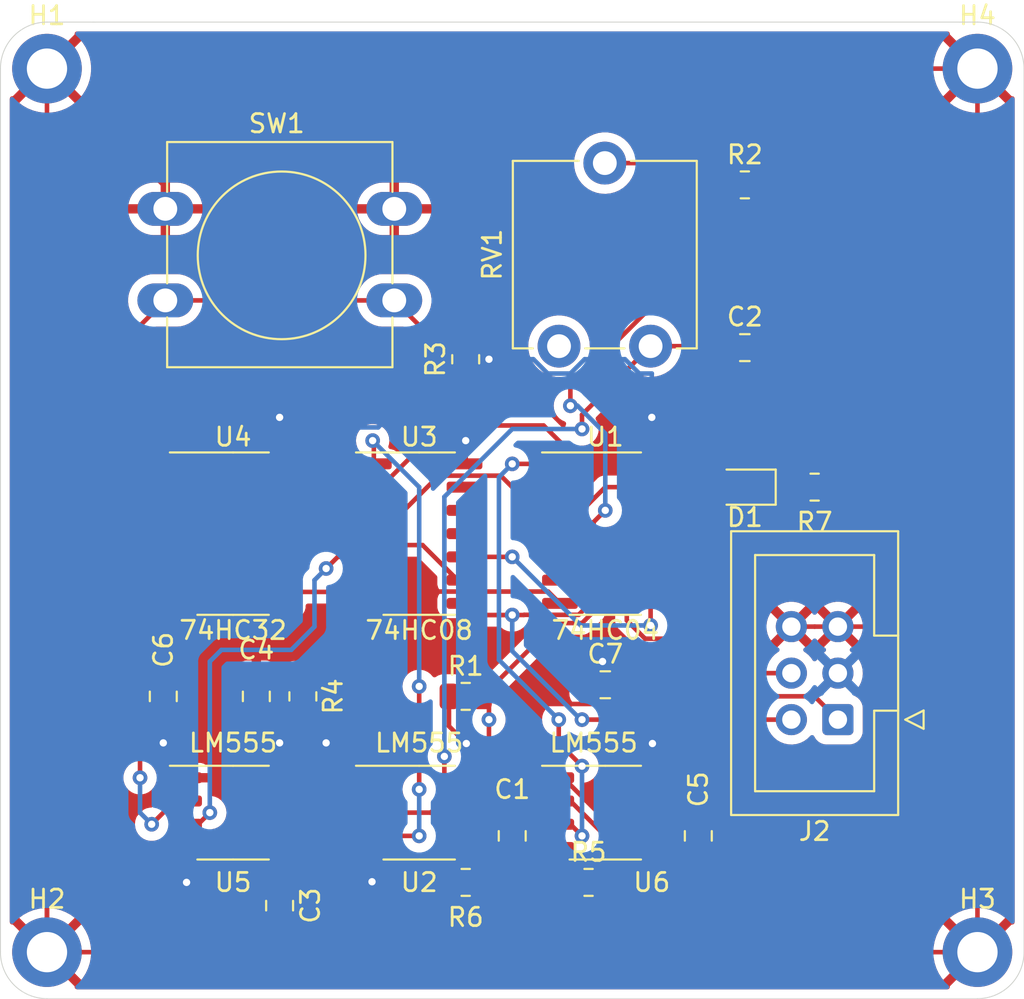
<source format=kicad_pcb>
(kicad_pcb (version 20211014) (generator pcbnew)
  (layers (0 "F.Cu" signal) (31 "B.Cu" signal) (34 "B.Paste" user) (35 "F.Paste" user) (36 "B.SilkS" user "B.Silkscreen") (37 "F.SilkS" user "F.Silkscreen") (38 "B.Mask" user) (39 "F.Mask" user) (44 "Edge.Cuts" user))
  (net 0 "")
  (net 1 "GND")
  (net 2 "VCC")
  (net 3 "Net-(C2-Pad1)")
  (net 4 "Net-(C3-Pad1)")
  (net 5 "Net-(C4-Pad1)")
  (net 6 "Net-(C5-Pad1)")
  (net 7 "Net-(D1-Pad1)")
  (net 8 "Net-(R1-Pad2)")
  (net 9 "Net-(R2-Pad1)")
  (net 10 "Net-(R3-Pad2)")
  (net 11 "Net-(R5-Pad2)")
  (net 12 "Net-(R6-Pad2)")
  (net 13 "Net-(U2-Pad3)")
  (net 14 "Net-(U3-Pad3)")
  (net 15 "/CLK")
  (net 16 "/~{CLK}")
  (net 18 "Net-(C1-Pad1)")
  (net 22 "/~{HLT}")
  (net 25 "HLT")
  (net 26 "Net-(U1-Pad1)")
  (net 27 "Net-(U1-Pad2)")
  (net 34 "Net-(U3-Pad5)")
  (net 35 "Net-(U3-Pad6)")
  (net 36 "Net-(U3-Pad9)")
  (footprint "Connector_IDC:IDC-Header_2x03_P2.54mm_Vertical" (layer "F.Cu") (at 88.9 88.9 180)
    (fp_text reference "J2" (at 1.27 -6.1) (layer "F.SilkS"))
    (fp_text value "Conn_01x08")
    (pad "1" thru_hole roundrect (at 0 0 180) (size 1.7 1.7) (drill 1) (layers *.Cu *.Mask) (roundrect_rratio 0.147059) (net 16 "/~{CLK}"))
    (pad "2" thru_hole circle (at 2.54 0 180) (size 1.7 1.7) (drill 1) (layers *.Cu *.Mask) (net 15 "/CLK"))
    (pad "3" thru_hole circle (at 0 2.54 180) (size 1.7 1.7) (drill 1) (layers *.Cu *.Mask) (net 2 "VCC"))
    (pad "4" thru_hole circle (at 2.54 2.54 180) (size 1.7 1.7) (drill 1) (layers *.Cu *.Mask) (net 25 "HLT"))
    (pad "5" thru_hole circle (at 0 5.08 180) (size 1.7 1.7) (drill 1) (layers *.Cu *.Mask) (net 1 "GND"))
    (pad "6" thru_hole circle (at 2.54 5.08 180) (size 1.7 1.7) (drill 1) (layers *.Cu *.Mask) (net 1 "GND"))
  )
  (footprint "Capacitor_SMD:C_0805_2012Metric" (layer "F.Cu") (at 71.12 95.25 90)
    (fp_text reference "C1" (at 2.54 0 180) (layer "F.SilkS"))
    (fp_text value "0.01µF")
    (pad "1" smd roundrect (at -0.95 0 90) (size 1 1.45) (layers "F.Cu" "F.Paste" "F.Mask") (net 18 "Net-(C1-Pad1)"))
    (pad "2" smd roundrect (at 0.95 0 90) (size 1 1.45) (layers "F.Cu" "F.Paste" "F.Mask") (net 1 "GND"))
  )
  (footprint "Package_SO:SO-8_3.9x4.9mm_P1.27mm" (layer "F.Cu") (at 76.2 93.98)
    (fp_text reference "U6" (at 2.54 3.81) (layer "F.SilkS"))
    (fp_text value "LM555" (at -0.635 -3.81) (layer "F.SilkS"))
    (pad "1" smd roundrect (at -2.575 -1.905) (size 1.75 0.6) (layers "F.Cu" "F.Paste" "F.Mask") (net 1 "GND"))
    (pad "2" smd roundrect (at -2.575 -0.635) (size 1.75 0.6) (layers "F.Cu" "F.Paste" "F.Mask") (net 11 "Net-(R5-Pad2)"))
    (pad "3" smd roundrect (at -2.575 0.635) (size 1.75 0.6) (layers "F.Cu" "F.Paste" "F.Mask") (net 26 "Net-(U1-Pad1)"))
    (pad "4" smd roundrect (at -2.575 1.905) (size 1.75 0.6) (layers "F.Cu" "F.Paste" "F.Mask") (net 12 "Net-(R6-Pad2)"))
    (pad "5" smd roundrect (at 2.575 1.905) (size 1.75 0.6) (layers "F.Cu" "F.Paste" "F.Mask") (net 6 "Net-(C5-Pad1)"))
    (pad "6" smd roundrect (at 2.575 0.635) (size 1.75 0.6) (layers "F.Cu" "F.Paste" "F.Mask") (net 1 "GND"))
    (pad "7" smd roundrect (at 2.575 -0.635) (size 1.75 0.6) (layers "F.Cu" "F.Paste" "F.Mask"))
    (pad "8" smd roundrect (at 2.575 -1.905) (size 1.75 0.6) (layers "F.Cu" "F.Paste" "F.Mask") (net 2 "VCC"))
  )
  (footprint "LED_SMD:LED_0805_2012Metric" (layer "F.Cu") (at 83.82 76.2 180)
    (fp_text reference "D1" (at 0 -1.65) (layer "F.SilkS"))
    (fp_text value "BLUE")
    (pad "1" smd roundrect (at -0.9375 0 180) (size 0.975 1.4) (layers "F.Cu" "F.Paste" "F.Mask") (net 7 "Net-(D1-Pad1)"))
    (pad "2" smd roundrect (at 0.9375 0 180) (size 0.975 1.4) (layers "F.Cu" "F.Paste" "F.Mask") (net 15 "/CLK"))
  )
  (footprint "Capacitor_SMD:C_0805_2012Metric" (layer "F.Cu") (at 83.82 68.58)
    (fp_text reference "C2" (at 0 -1.68) (layer "F.SilkS"))
    (fp_text value "1µF")
    (pad "1" smd roundrect (at -0.95 0) (size 1 1.45) (layers "F.Cu" "F.Paste" "F.Mask") (net 3 "Net-(C2-Pad1)"))
    (pad "2" smd roundrect (at 0.95 0) (size 1 1.45) (layers "F.Cu" "F.Paste" "F.Mask") (net 1 "GND"))
  )
  (footprint "Button_Switch_THT:SW_PUSH-12mm" (layer "F.Cu") (at 52.18 61)
    (fp_text reference "SW1" (at 6.08 -4.66) (layer "F.SilkS"))
    (fp_text value "SW_Push")
    (pad "1" thru_hole oval (at 12.5 0) (size 3.048 1.85) (drill 1.3) (layers *.Cu *.Mask) (net 1 "GND"))
    (pad "1" thru_hole oval (at 0 0) (size 3.048 1.85) (drill 1.3) (layers *.Cu *.Mask) (net 1 "GND"))
    (pad "2" thru_hole oval (at 0 5) (size 3.048 1.85) (drill 1.3) (layers *.Cu *.Mask) (net 10 "Net-(R3-Pad2)"))
    (pad "2" thru_hole oval (at 12.5 5) (size 3.048 1.85) (drill 1.3) (layers *.Cu *.Mask) (net 10 "Net-(R3-Pad2)"))
  )
  (footprint "Capacitor_SMD:C_0805_2012Metric" (layer "F.Cu") (at 81.28 95.25 90)
    (fp_text reference "C5" (at 2.54 0 90) (layer "F.SilkS"))
    (fp_text value "0.01µF")
    (pad "1" smd roundrect (at -0.95 0 90) (size 1 1.45) (layers "F.Cu" "F.Paste" "F.Mask") (net 6 "Net-(C5-Pad1)"))
    (pad "2" smd roundrect (at 0.95 0 90) (size 1 1.45) (layers "F.Cu" "F.Paste" "F.Mask") (net 1 "GND"))
  )
  (footprint "MountingHole:MountingHole_2.2mm_M2_DIN965_Pad" (layer "F.Cu") (at 45.72 101.6)
    (fp_text reference "H2" (at 0 -2.9) (layer "F.SilkS"))
    (fp_text value "MountingHole_Pad")
    (pad "1" thru_hole circle (at 0 0) (size 3.8 3.8) (drill 2.2) (layers *.Cu *.Mask) (net 1 "GND"))
  )
  (footprint "MountingHole:MountingHole_2.2mm_M2_DIN965_Pad" (layer "F.Cu") (at 96.52 53.34)
    (fp_text reference "H4" (at 0 -2.9) (layer "F.SilkS"))
    (fp_text value "MountingHole_Pad")
    (pad "1" thru_hole circle (at 0 0) (size 3.8 3.8) (drill 2.2) (layers *.Cu *.Mask) (net 1 "GND"))
  )
  (footprint "Resistor_SMD:R_0805_2012Metric" (layer "F.Cu") (at 68.58 97.79)
    (fp_text reference "R6" (at 0 1.905) (layer "F.SilkS"))
    (fp_text value "1K")
    (pad "1" smd roundrect (at -0.9125 0) (size 1.025 1.4) (layers "F.Cu" "F.Paste" "F.Mask") (roundrect_rratio 0.243902) (net 2 "VCC"))
    (pad "2" smd roundrect (at 0.9125 0) (size 1.025 1.4) (layers "F.Cu" "F.Paste" "F.Mask") (roundrect_rratio 0.243902) (net 12 "Net-(R6-Pad2)"))
  )
  (footprint "Capacitor_SMD:C_0805_2012Metric" (layer "F.Cu") (at 58.42 99.06 -90)
    (fp_text reference "C3" (at 0 -1.68 90) (layer "F.SilkS"))
    (fp_text value "0.01µF")
    (pad "1" smd roundrect (at -0.95 0 270) (size 1 1.45) (layers "F.Cu" "F.Paste" "F.Mask") (net 4 "Net-(C3-Pad1)"))
    (pad "2" smd roundrect (at 0.95 0 270) (size 1 1.45) (layers "F.Cu" "F.Paste" "F.Mask") (net 1 "GND"))
  )
  (footprint "Package_SO:SO-8_3.9x4.9mm_P1.27mm" (layer "F.Cu") (at 66.04 93.98)
    (fp_text reference "U2" (at 0 3.81) (layer "F.SilkS"))
    (fp_text value "LM555" (at 0 -3.81) (layer "F.SilkS"))
    (pad "1" smd roundrect (at -2.575 -1.905) (size 1.75 0.6) (layers "F.Cu" "F.Paste" "F.Mask") (net 1 "GND"))
    (pad "2" smd roundrect (at -2.575 -0.635) (size 1.75 0.6) (layers "F.Cu" "F.Paste" "F.Mask") (net 3 "Net-(C2-Pad1)"))
    (pad "3" smd roundrect (at -2.575 0.635) (size 1.75 0.6) (layers "F.Cu" "F.Paste" "F.Mask") (net 13 "Net-(U2-Pad3)"))
    (pad "4" smd roundrect (at -2.575 1.905) (size 1.75 0.6) (layers "F.Cu" "F.Paste" "F.Mask") (net 2 "VCC"))
    (pad "5" smd roundrect (at 2.575 1.905) (size 1.75 0.6) (layers "F.Cu" "F.Paste" "F.Mask") (net 18 "Net-(C1-Pad1)"))
    (pad "6" smd roundrect (at 2.575 0.635) (size 1.75 0.6) (layers "F.Cu" "F.Paste" "F.Mask") (net 3 "Net-(C2-Pad1)"))
    (pad "7" smd roundrect (at 2.575 -0.635) (size 1.75 0.6) (layers "F.Cu" "F.Paste" "F.Mask") (net 8 "Net-(R1-Pad2)"))
    (pad "8" smd roundrect (at 2.575 -1.905) (size 1.75 0.6) (layers "F.Cu" "F.Paste" "F.Mask") (net 2 "VCC"))
  )
  (footprint "Package_SO:SO-14_3.9x8.65mm_P1.27mm" (layer "F.Cu") (at 76.2 78.74)
    (fp_text reference "U1" (at 0 -5.28) (layer "F.SilkS"))
    (fp_text value "74HC04" (at 0 5.28) (layer "F.SilkS"))
    (pad "1" smd roundrect (at -2.475 -3.81) (size 1.95 0.6) (layers "F.Cu" "F.Paste" "F.Mask") (net 26 "Net-(U1-Pad1)"))
    (pad "2" smd roundrect (at -2.475 -2.54) (size 1.95 0.6) (layers "F.Cu" "F.Paste" "F.Mask") (net 27 "Net-(U1-Pad2)"))
    (pad "3" smd roundrect (at -2.475 -1.27) (size 1.95 0.6) (layers "F.Cu" "F.Paste" "F.Mask"))
    (pad "4" smd roundrect (at -2.475 0) (size 1.95 0.6) (layers "F.Cu" "F.Paste" "F.Mask"))
    (pad "5" smd roundrect (at -2.475 1.27) (size 1.95 0.6) (layers "F.Cu" "F.Paste" "F.Mask"))
    (pad "6" smd roundrect (at -2.475 2.54) (size 1.95 0.6) (layers "F.Cu" "F.Paste" "F.Mask"))
    (pad "7" smd roundrect (at -2.475 3.81) (size 1.95 0.6) (layers "F.Cu" "F.Paste" "F.Mask") (net 1 "GND"))
    (pad "8" smd roundrect (at 2.475 3.81) (size 1.95 0.6) (layers "F.Cu" "F.Paste" "F.Mask") (net 22 "/~{HLT}"))
    (pad "9" smd roundrect (at 2.475 2.54) (size 1.95 0.6) (layers "F.Cu" "F.Paste" "F.Mask") (net 25 "HLT"))
    (pad "10" smd roundrect (at 2.475 1.27) (size 1.95 0.6) (layers "F.Cu" "F.Paste" "F.Mask"))
    (pad "11" smd roundrect (at 2.475 0) (size 1.95 0.6) (layers "F.Cu" "F.Paste" "F.Mask"))
    (pad "12" smd roundrect (at 2.475 -1.27) (size 1.95 0.6) (layers "F.Cu" "F.Paste" "F.Mask") (net 16 "/~{CLK}"))
    (pad "13" smd roundrect (at 2.475 -2.54) (size 1.95 0.6) (layers "F.Cu" "F.Paste" "F.Mask") (net 15 "/CLK"))
    (pad "14" smd roundrect (at 2.475 -3.81) (size 1.95 0.6) (layers "F.Cu" "F.Paste" "F.Mask") (net 2 "VCC"))
  )
  (footprint "Resistor_SMD:R_0805_2012Metric" (layer "F.Cu") (at 75.2875 97.79)
    (fp_text reference "R5" (at 0 -1.65) (layer "F.SilkS"))
    (fp_text value "1K")
    (pad "1" smd roundrect (at -0.9125 0) (size 1.025 1.4) (layers "F.Cu" "F.Paste" "F.Mask") (roundrect_rratio 0.243902) (net 2 "VCC"))
    (pad "2" smd roundrect (at 0.9125 0) (size 1.025 1.4) (layers "F.Cu" "F.Paste" "F.Mask") (roundrect_rratio 0.243902) (net 11 "Net-(R5-Pad2)"))
  )
  (footprint "Package_SO:SO-14_3.9x8.65mm_P1.27mm" (layer "F.Cu") (at 66.04 78.74)
    (fp_text reference "U3" (at 0 -5.28) (layer "F.SilkS"))
    (fp_text value "74HC08" (at 0 5.28) (layer "F.SilkS"))
    (pad "1" smd roundrect (at -2.475 -3.81) (size 1.95 0.6) (layers "F.Cu" "F.Paste" "F.Mask") (net 13 "Net-(U2-Pad3)"))
    (pad "2" smd roundrect (at -2.475 -2.54) (size 1.95 0.6) (layers "F.Cu" "F.Paste" "F.Mask") (net 26 "Net-(U1-Pad1)"))
    (pad "3" smd roundrect (at -2.475 -1.27) (size 1.95 0.6) (layers "F.Cu" "F.Paste" "F.Mask") (net 14 "Net-(U3-Pad3)"))
    (pad "4" smd roundrect (at -2.475 0) (size 1.95 0.6) (layers "F.Cu" "F.Paste" "F.Mask") (net 27 "Net-(U1-Pad2)"))
    (pad "5" smd roundrect (at -2.475 1.27) (size 1.95 0.6) (layers "F.Cu" "F.Paste" "F.Mask") (net 34 "Net-(U3-Pad5)"))
    (pad "6" smd roundrect (at -2.475 2.54) (size 1.95 0.6) (layers "F.Cu" "F.Paste" "F.Mask") (net 35 "Net-(U3-Pad6)"))
    (pad "7" smd roundrect (at -2.475 3.81) (size 1.95 0.6) (layers "F.Cu" "F.Paste" "F.Mask") (net 1 "GND"))
    (pad "8" smd roundrect (at 2.475 3.81) (size 1.95 0.6) (layers "F.Cu" "F.Paste" "F.Mask") (net 15 "/CLK"))
    (pad "9" smd roundrect (at 2.475 2.54) (size 1.95 0.6) (layers "F.Cu" "F.Paste" "F.Mask") (net 36 "Net-(U3-Pad9)"))
    (pad "10" smd roundrect (at 2.475 1.27) (size 1.95 0.6) (layers "F.Cu" "F.Paste" "F.Mask") (net 22 "/~{HLT}"))
    (pad "11" smd roundrect (at 2.475 0) (size 1.95 0.6) (layers "F.Cu" "F.Paste" "F.Mask"))
    (pad "12" smd roundrect (at 2.475 -1.27) (size 1.95 0.6) (layers "F.Cu" "F.Paste" "F.Mask"))
    (pad "13" smd roundrect (at 2.475 -2.54) (size 1.95 0.6) (layers "F.Cu" "F.Paste" "F.Mask"))
    (pad "14" smd roundrect (at 2.475 -3.81) (size 1.95 0.6) (layers "F.Cu" "F.Paste" "F.Mask") (net 2 "VCC"))
  )
  (footprint "Resistor_SMD:R_0805_2012Metric" (layer "F.Cu") (at 68.58 87.63)
    (fp_text reference "R1" (at 0 -1.65) (layer "F.SilkS"))
    (fp_text value "1K")
    (pad "1" smd roundrect (at -0.9125 0) (size 1.025 1.4) (layers "F.Cu" "F.Paste" "F.Mask") (roundrect_rratio 0.243902) (net 2 "VCC"))
    (pad "2" smd roundrect (at 0.9125 0) (size 1.025 1.4) (layers "F.Cu" "F.Paste" "F.Mask") (roundrect_rratio 0.243902) (net 8 "Net-(R1-Pad2)"))
  )
  (footprint "MountingHole:MountingHole_2.2mm_M2_DIN965_Pad" (layer "F.Cu") (at 96.52 101.6)
    (fp_text reference "H3" (at 0 -2.9) (layer "F.SilkS"))
    (fp_text value "MountingHole_Pad")
    (pad "1" thru_hole circle (at 0 0) (size 3.8 3.8) (drill 2.2) (layers *.Cu *.Mask) (net 1 "GND"))
  )
  (footprint "Resistor_SMD:R_0805_2012Metric" (layer "F.Cu") (at 59.69 87.63 -90)
    (fp_text reference "R4" (at 0 -1.65 90) (layer "F.SilkS"))
    (fp_text value "1M")
    (pad "1" smd roundrect (at -0.9125 0 270) (size 1.025 1.4) (layers "F.Cu" "F.Paste" "F.Mask") (roundrect_rratio 0.243902) (net 2 "VCC"))
    (pad "2" smd roundrect (at 0.9125 0 270) (size 1.025 1.4) (layers "F.Cu" "F.Paste" "F.Mask") (roundrect_rratio 0.243902) (net 5 "Net-(C4-Pad1)"))
  )
  (footprint "Resistor_SMD:R_0805_2012Metric" (layer "F.Cu") (at 87.63 76.2)
    (fp_text reference "R7" (at 0 1.905) (layer "F.SilkS"))
    (fp_text value "220")
    (pad "1" smd roundrect (at -0.9125 0) (size 1.025 1.4) (layers "F.Cu" "F.Paste" "F.Mask") (roundrect_rratio 0.243902) (net 7 "Net-(D1-Pad1)"))
    (pad "2" smd roundrect (at 0.9125 0) (size 1.025 1.4) (layers "F.Cu" "F.Paste" "F.Mask") (roundrect_rratio 0.243902) (net 1 "GND"))
  )
  (footprint "Resistor_SMD:R_0805_2012Metric" (layer "F.Cu") (at 83.82 59.69)
    (fp_text reference "R2" (at 0 -1.65) (layer "F.SilkS"))
    (fp_text value "1K")
    (pad "1" smd roundrect (at -0.9125 0) (size 1.025 1.4) (layers "F.Cu" "F.Paste" "F.Mask") (roundrect_rratio 0.243902) (net 9 "Net-(R2-Pad1)"))
    (pad "2" smd roundrect (at 0.9125 0) (size 1.025 1.4) (layers "F.Cu" "F.Paste" "F.Mask") (roundrect_rratio 0.243902) (net 8 "Net-(R1-Pad2)"))
  )
  (footprint "Resistor_SMD:R_0805_2012Metric" (layer "F.Cu") (at 68.58 69.215 90)
    (fp_text reference "R3" (at 0 -1.65 90) (layer "F.SilkS"))
    (fp_text value "1K")
    (pad "1" smd roundrect (at -0.9125 0 90) (size 1.025 1.4) (layers "F.Cu" "F.Paste" "F.Mask") (roundrect_rratio 0.243902) (net 2 "VCC"))
    (pad "2" smd roundrect (at 0.9125 0 90) (size 1.025 1.4) (layers "F.Cu" "F.Paste" "F.Mask") (roundrect_rratio 0.243902) (net 10 "Net-(R3-Pad2)"))
  )
  (footprint "Potentiometer_THT:Potentiometer_ACP_CA9-V10_Vertical" (layer "F.Cu") (at 78.675 68.5 90)
    (fp_text reference "RV1" (at 5 -8.65 90) (layer "F.SilkS"))
    (fp_text value "1M")
    (pad "1" thru_hole circle (at 0 0 90) (size 2.34 2.34) (drill 1.3) (layers *.Cu *.Mask) (net 3 "Net-(C2-Pad1)"))
    (pad "2" thru_hole circle (at 10 -2.5 90) (size 2.34 2.34) (drill 1.3) (layers *.Cu *.Mask) (net 9 "Net-(R2-Pad1)"))
    (pad "3" thru_hole circle (at 0 -5 90) (size 2.34 2.34) (drill 1.3) (layers *.Cu *.Mask))
  )
  (footprint "Package_SO:SO-14_3.9x8.65mm_P1.27mm" (layer "F.Cu") (at 55.88 78.74)
    (fp_text reference "U4" (at 0 -5.28) (layer "F.SilkS"))
    (fp_text value "74HC32" (at 0 5.28) (layer "F.SilkS"))
    (pad "1" smd roundrect (at -2.475 -3.81) (size 1.95 0.6) (layers "F.Cu" "F.Paste" "F.Mask") (net 14 "Net-(U3-Pad3)"))
    (pad "2" smd roundrect (at -2.475 -2.54) (size 1.95 0.6) (layers "F.Cu" "F.Paste" "F.Mask") (net 35 "Net-(U3-Pad6)"))
    (pad "3" smd roundrect (at -2.475 -1.27) (size 1.95 0.6) (layers "F.Cu" "F.Paste" "F.Mask") (net 36 "Net-(U3-Pad9)"))
    (pad "4" smd roundrect (at -2.475 0) (size 1.95 0.6) (layers "F.Cu" "F.Paste" "F.Mask"))
    (pad "5" smd roundrect (at -2.475 1.27) (size 1.95 0.6) (layers "F.Cu" "F.Paste" "F.Mask"))
    (pad "6" smd roundrect (at -2.475 2.54) (size 1.95 0.6) (layers "F.Cu" "F.Paste" "F.Mask"))
    (pad "7" smd roundrect (at -2.475 3.81) (size 1.95 0.6) (layers "F.Cu" "F.Paste" "F.Mask") (net 1 "GND"))
    (pad "8" smd roundrect (at 2.475 3.81) (size 1.95 0.6) (layers "F.Cu" "F.Paste" "F.Mask"))
    (pad "9" smd roundrect (at 2.475 2.54) (size 1.95 0.6) (layers "F.Cu" "F.Paste" "F.Mask"))
    (pad "10" smd roundrect (at 2.475 1.27) (size 1.95 0.6) (layers "F.Cu" "F.Paste" "F.Mask"))
    (pad "11" smd roundrect (at 2.475 0) (size 1.95 0.6) (layers "F.Cu" "F.Paste" "F.Mask"))
    (pad "12" smd roundrect (at 2.475 -1.27) (size 1.95 0.6) (layers "F.Cu" "F.Paste" "F.Mask"))
    (pad "13" smd roundrect (at 2.475 -2.54) (size 1.95 0.6) (layers "F.Cu" "F.Paste" "F.Mask"))
    (pad "14" smd roundrect (at 2.475 -3.81) (size 1.95 0.6) (layers "F.Cu" "F.Paste" "F.Mask") (net 2 "VCC"))
  )
  (footprint "MountingHole:MountingHole_2.2mm_M2_DIN965_Pad" (layer "F.Cu") (at 45.72 53.34)
    (fp_text reference "H1" (at 0 -2.9) (layer "F.SilkS"))
    (fp_text value "MountingHole_Pad")
    (pad "1" thru_hole circle (at 0 0) (size 3.8 3.8) (drill 2.2) (layers *.Cu *.Mask) (net 1 "GND"))
  )
  (footprint "Capacitor_SMD:C_0805_2012Metric" (layer "F.Cu") (at 52.07 87.63 90)
    (fp_text reference "C6" (at 2.54 0 90) (layer "F.SilkS"))
    (fp_text value "0.1µF")
    (pad "1" smd roundrect (at -0.95 0 90) (size 1 1.45) (layers "F.Cu" "F.Paste" "F.Mask") (net 2 "VCC"))
    (pad "2" smd roundrect (at 0.95 0 90) (size 1 1.45) (layers "F.Cu" "F.Paste" "F.Mask") (net 1 "GND"))
  )
  (footprint "Capacitor_SMD:C_0805_2012Metric" (layer "F.Cu") (at 76.2 86.995)
    (fp_text reference "C7" (at 0 -1.68) (layer "F.SilkS"))
    (fp_text value "0.1µF")
    (pad "1" smd roundrect (at -0.95 0) (size 1 1.45) (layers "F.Cu" "F.Paste" "F.Mask") (net 2 "VCC"))
    (pad "2" smd roundrect (at 0.95 0) (size 1 1.45) (layers "F.Cu" "F.Paste" "F.Mask") (net 1 "GND"))
  )
  (footprint "Package_SO:SO-8_3.9x4.9mm_P1.27mm" (layer "F.Cu") (at 55.88 93.98)
    (fp_text reference "U5" (at 0 3.81) (layer "F.SilkS"))
    (fp_text value "LM555" (at 0 -3.81) (layer "F.SilkS"))
    (pad "1" smd roundrect (at -2.575 -1.905) (size 1.75 0.6) (layers "F.Cu" "F.Paste" "F.Mask") (net 1 "GND"))
    (pad "2" smd roundrect (at -2.575 -0.635) (size 1.75 0.6) (layers "F.Cu" "F.Paste" "F.Mask") (net 10 "Net-(R3-Pad2)"))
    (pad "3" smd roundrect (at -2.575 0.635) (size 1.75 0.6) (layers "F.Cu" "F.Paste" "F.Mask") (net 34 "Net-(U3-Pad5)"))
    (pad "4" smd roundrect (at -2.575 1.905) (size 1.75 0.6) (layers "F.Cu" "F.Paste" "F.Mask") (net 2 "VCC"))
    (pad "5" smd roundrect (at 2.575 1.905) (size 1.75 0.6) (layers "F.Cu" "F.Paste" "F.Mask") (net 4 "Net-(C3-Pad1)"))
    (pad "6" smd roundrect (at 2.575 0.635) (size 1.75 0.6) (layers "F.Cu" "F.Paste" "F.Mask") (net 5 "Net-(C4-Pad1)"))
    (pad "7" smd roundrect (at 2.575 -0.635) (size 1.75 0.6) (layers "F.Cu" "F.Paste" "F.Mask") (net 5 "Net-(C4-Pad1)"))
    (pad "8" smd roundrect (at 2.575 -1.905) (size 1.75 0.6) (layers "F.Cu" "F.Paste" "F.Mask") (net 2 "VCC"))
  )
  (footprint "Capacitor_SMD:C_0805_2012Metric" (layer "F.Cu") (at 57.15 87.63 90)
    (fp_text reference "C4" (at 2.54 0 180) (layer "F.SilkS"))
    (fp_text value "0.1µF")
    (pad "1" smd roundrect (at -0.95 0 90) (size 1 1.45) (layers "F.Cu" "F.Paste" "F.Mask") (net 5 "Net-(C4-Pad1)"))
    (pad "2" smd roundrect (at 0.95 0 90) (size 1 1.45) (layers "F.Cu" "F.Paste" "F.Mask") (net 1 "GND"))
  )
  (gr_line (start 96.52 50.8) (end 48.26 50.8) (layer "Edge.Cuts") (width 0.05))
  (gr_line (start 99.06 101.6) (end 99.06 53.34) (layer "Edge.Cuts") (width 0.05))
  (gr_arc (start 45.72 104.14) (mid 43.923949 103.396051) (end 43.18 101.6) (layer "Edge.Cuts") (width 0.05))
  (gr_line (start 43.18 53.34) (end 43.18 101.6) (layer "Edge.Cuts") (width 0.05))
  (gr_arc (start 96.52 50.8) (mid 98.316051 51.543949) (end 99.06 53.34) (layer "Edge.Cuts") (width 0.05))
  (gr_line (start 45.72 104.14) (end 96.52 104.14) (layer "Edge.Cuts") (width 0.05))
  (gr_arc (start 99.06 101.6) (mid 98.316051 103.396051) (end 96.52 104.14) (layer "Edge.Cuts") (width 0.05))
  (gr_arc (start 43.18 53.34) (mid 43.923949 51.543949) (end 45.72 50.8) (layer "Edge.Cuts") (width 0.05))
  (gr_line (start 48.26 50.8) (end 45.72 50.8) (layer "Edge.Cuts") (width 0.05))
  (segment (start 96.52 53.34) (end 96.52 101.6) (width 0.25) (layer "F.Cu") (net 1))
  (segment (start 52.18 59.8) (end 52.18 61) (width 0.25) (layer "F.Cu") (net 1))
  (segment (start 71.12 94.3) (end 71.12 92.71) (width 0.25) (layer "F.Cu") (net 1))
  (segment (start 62.295 83.82) (end 54.675 83.82) (width 0.25) (layer "F.Cu") (net 1))
  (segment (start 60.96 97.47) (end 60.96 93.98) (width 0.25) (layer "F.Cu") (net 1))
  (segment (start 73.901751 92.075) (end 73.625 92.075) (width 0.25) (layer "F.Cu") (net 1))
  (segment (start 76.1 88.045) (end 77.15 86.995) (width 0.25) (layer "F.Cu") (net 1))
  (segment (start 76.441751 94.615) (end 73.901751 92.075) (width 0.25) (layer "F.Cu") (net 1))
  (segment (start 73.725 82.55) (end 73.08 81.905) (width 0.25) (layer "F.Cu") (net 1))
  (segment (start 52.557995 92.075) (end 53.305 92.075) (width 0.25) (layer "F.Cu") (net 1))
  (segment (start 64.68 57.24) (end 68.58 53.34) (width 0.25) (layer "F.Cu") (net 1))
  (segment (start 45.72 98.912995) (end 52.557995 92.075) (width 0.25) (layer "F.Cu") (net 1))
  (segment (start 52.07 83.885) (end 52.07 86.68) (width 0.25) (layer "F.Cu") (net 1))
  (segment (start 96.52 86.36) (end 88.9 93.98) (width 0.25) (layer "F.Cu") (net 1))
  (segment (start 88.9 83.82) (end 96.52 83.82) (width 0.25) (layer "F.Cu") (net 1))
  (segment (start 65.415 81.905) (end 64.21 81.905) (width 0.25) (layer "F.Cu") (net 1))
  (segment (start 45.72 101.6) (end 45.72 53.34) (width 0.25) (layer "F.Cu") (net 1))
  (segment (start 63.565 82.55) (end 63.565 91.975) (width 0.25) (layer "F.Cu") (net 1))
  (segment (start 53.405 82.55) (end 52.07 83.885) (width 0.25) (layer "F.Cu") (net 1))
  (segment (start 65.415 81.925) (end 65.415 81.905) (width 0.25) (layer "F.Cu") (net 1))
  (segment (start 53.305 92.075) (end 53.305 86.395) (width 0.25) (layer "F.Cu") (net 1))
  (segment (start 58.42 100.01) (end 60.96 97.47) (width 0.25) (layer "F.Cu") (net 1))
  (segment (start 73.08 81.905) (end 65.415 81.905) (width 0.25) (layer "F.Cu") (net 1))
  (segment (start 84.77 68.58) (end 90.17 73.98) (width 0.25) (layer "F.Cu") (net 1))
  (segment (start 64.21 81.905) (end 63.5 82.615) (width 0.25) (layer "F.Cu") (net 1))
  (segment (start 78.775 94.615) (end 76.441751 94.615) (width 0.25) (layer "F.Cu") (net 1))
  (segment (start 53.305 86.395) (end 53.305 82.65) (width 0.25) (layer "F.Cu") (net 1))
  (segment (start 71.755 87.874695) (end 71.925305 88.045) (width 0.25) (layer "F.Cu") (net 1))
  (segment (start 88.5425 76.2) (end 90.17 76.2) (width 0.25) (layer "F.Cu") (net 1))
  (segment (start 67.31 83.82) (end 65.415 81.925) (width 0.25) (layer "F.Cu") (net 1))
  (segment (start 90.17 80.01) (end 86.36 83.82) (width 0.25) (layer "F.Cu") (net 1))
  (segment (start 52.18 61) (end 64.68 61) (width 0.25) (layer "F.Cu") (net 1))
  (segment (start 64.68 61) (end 64.68 57.24) (width 0.25) (layer "F.Cu") (net 1))
  (segment (start 45.72 53.34) (end 52.18 59.8) (width 0.25) (layer "F.Cu") (net 1))
  (segment (start 56.865 86.395) (end 53.305 86.395) (width 0.25) (layer "F.Cu") (net 1))
  (segment (start 68.58 53.34) (end 96.52 53.34) (width 0.25) (layer "F.Cu") (net 1))
  (segment (start 71.925305 88.045) (end 76.1 88.045) (width 0.25) (layer "F.Cu") (net 1))
  (segment (start 88.9 93.98) (end 88.265 94.615) (width 0.25) (layer "F.Cu") (net 1))
  (segment (start 69.215 83.82) (end 67.31 83.82) (width 0.25) (layer "F.Cu") (net 1))
  (segment (start 62.865 92.075) (end 63.465 92.075) (width 0.25) (layer "F.Cu") (net 1))
  (segment (start 96.52 83.82) (end 96.52 86.36) (width 0.25) (layer "F.Cu") (net 1))
  (segment (start 53.305 82.65) (end 53.405 82.55) (width 0.25) (layer "F.Cu") (net 1))
  (segment (start 63.565 82.55) (end 62.295 83.82) (width 0.25) (layer "F.Cu") (net 1))
  (segment (start 45.72 101.6) (end 96.52 101.6) (width 0.25) (layer "F.Cu") (net 1))
  (segment (start 64.21 81.905) (end 63.565 82.55) (width 0.25) (layer "F.Cu") (net 1))
  (segment (start 63.565 91.975) (end 63.465 92.075) (width 0.25) (layer "F.Cu") (net 1))
  (segment (start 54.675 83.82) (end 53.405 82.55) (width 0.25) (layer "F.Cu") (net 1))
  (segment (start 86.36 83.82) (end 87.63 83.82) (width 0.25) (layer "F.Cu") (net 1))
  (segment (start 88.9 93.98) (end 96.52 101.6) (width 0.25) (layer "F.Cu") (net 1))
  (segment (start 71.755 92.075) (end 71.755 87.874695) (width 0.25) (layer "F.Cu") (net 1))
  (segment (start 87.63 83.82) (end 88.9 83.82) (width 0.25) (layer "F.Cu") (net 1))
  (segment (start 57.15 86.68) (end 56.865 86.395) (width 0.25) (layer "F.Cu") (net 1))
  (segment (start 88.265 94.615) (end 78.775 94.615) (width 0.25) (layer "F.Cu") (net 1))
  (segment (start 73.625 92.075) (end 71.755 92.075) (width 0.25) (layer "F.Cu") (net 1))
  (segment (start 60.96 93.98) (end 62.865 92.075) (width 0.25) (layer "F.Cu") (net 1))
  (segment (start 90.17 73.98) (end 90.17 76.2) (width 0.25) (layer "F.Cu") (net 1))
  (segment (start 45.72 101.6) (end 45.72 98.912995) (width 0.25) (layer "F.Cu") (net 1))
  (segment (start 90.17 76.2) (end 90.17 80.01) (width 0.25) (layer "F.Cu") (net 1))
  (segment (start 71.12 92.71) (end 71.755 92.075) (width 0.25) (layer "F.Cu") (net 1))
  (segment (start 75.25 86.5255) (end 75.25 86.995) (width 0.25) (layer "F.Cu") (net 2))
  (segment (start 78.74 74.865) (end 78.675 74.93) (width 0.25) (layer "F.Cu") (net 2))
  (segment (start 78.775 92.075) (end 78.775 90.205) (width 0.25) (layer "F.Cu") (net 2))
  (segment (start 68.58 74.865) (end 68.515 74.93) (width 0.25) (layer "F.Cu") (net 2))
  (segment (start 67.6675 89.2575) (end 68.615 90.205) (width 0.25) (layer "F.Cu") (net 2))
  (segment (start 67.6675 87.63) (end 67.6675 89.2575) (width 0.25) (layer "F.Cu") (net 2))
  (segment (start 58.455 92.075) (end 58.455 90.205) (width 0.25) (layer "F.Cu") (net 2))
  (segment (start 68.58 73.66) (end 68.58 74.865) (width 0.25) (layer "F.Cu") (net 2))
  (segment (start 53.34 95.92) (end 53.34 97.79) (width 0.25) (layer "F.Cu") (net 2))
  (segment (start 67.6675 97.79) (end 68.6925 98.815) (width 0.25) (layer "F.Cu") (net 2))
  (segment (start 68.615 92.075) (end 68.615 90.205) (width 0.25) (layer "F.Cu") (net 2))
  (segment (start 58.42 72.39) (end 58.42 74.865) (width 0.25) (layer "F.Cu") (net 2))
  (segment (start 63.465 95.885) (end 63.465 97.755) (width 0.25) (layer "F.Cu") (net 2))
  (segment (start 58.42 74.865) (end 58.355 74.93) (width 0.25) (layer "F.Cu") (net 2))
  (segment (start 63.5 97.79) (end 67.6675 97.79) (width 0.25) (layer "F.Cu") (net 2))
  (segment (start 60.96 87.9875) (end 60.96 90.17) (width 0.25) (layer "F.Cu") (net 2))
  (segment (start 58.455 90.205) (end 58.42 90.17) (width 0.25) (layer "F.Cu") (net 2))
  (segment (start 52.07 90.17) (end 52.07 88.58) (width 0.25) (layer "F.Cu") (net 2))
  (segment (start 68.9375 70.1275) (end 68.58 70.1275) (width 0.25) (layer "F.Cu") (net 2))
  (segment (start 73.35 98.815) (end 74.375 97.79) (width 0.25) (layer "F.Cu") (net 2))
  (segment (start 63.465 97.755) (end 63.5 97.79) (width 0.25) (layer "F.Cu") (net 2))
  (segment (start 68.6925 98.815) (end 73.35 98.815) (width 0.25) (layer "F.Cu") (net 2))
  (segment (start 76.0505 85.725) (end 75.25 86.5255) (width 0.25) (layer "F.Cu") (net 2))
  (segment (start 78.74 72.39) (end 78.74 74.865) (width 0.25) (layer "F.Cu") (net 2))
  (segment (start 59.69 86.7175) (end 60.96 87.9875) (width 0.25) (layer "F.Cu") (net 2))
  (segment (start 69.85 69.215) (end 68.9375 70.1275) (width 0.25) (layer "F.Cu") (net 2))
  (via (at 68.615 90.205) (size 0.8) (drill 0.4) (layers "F.Cu" "B.Cu") (net 2))
  (via (at 58.42 72.39) (size 0.8) (drill 0.4) (layers "F.Cu" "B.Cu") (net 2))
  (via (at 53.34 97.79) (size 0.8) (drill 0.4) (layers "F.Cu" "B.Cu") (net 2))
  (via (at 63.465 97.755) (size 0.8) (drill 0.4) (layers "F.Cu" "B.Cu") (net 2))
  (via (at 68.58 73.66) (size 0.8) (drill 0.4) (layers "F.Cu" "B.Cu") (net 2))
  (via (at 52.07 90.17) (size 0.8) (drill 0.4) (layers "F.Cu" "B.Cu") (net 2))
  (via (at 58.42 90.17) (size 0.8) (drill 0.4) (layers "F.Cu" "B.Cu") (net 2))
  (via (at 69.85 69.215) (size 0.8) (drill 0.4) (layers "F.Cu" "B.Cu") (net 2))
  (via (at 78.775 90.205) (size 0.8) (drill 0.4) (layers "F.Cu" "B.Cu") (net 2))
  (via (at 60.96 90.17) (size 0.8) (drill 0.4) (layers "F.Cu" "B.Cu") (net 2))
  (via (at 78.74 72.39) (size 0.8) (drill 0.4) (layers "F.Cu" "B.Cu") (net 2))
  (via (at 76.0505 85.725) (size 0.8) (drill 0.4) (layers "F.Cu" "B.Cu") (net 2))
  (segment (start 78.74 69.995) (end 78.74 72.39) (width 0.25) (layer "B.Cu") (net 2))
  (segment (start 48.895 73.66) (end 48.895 87.63) (width 0.25) (layer "B.Cu") (net 2))
  (segment (start 84.455 102.235) (end 91.44 95.25) (width 0.25) (layer "B.Cu") (net 2))
  (segment (start 91.44 83.82) (end 90.17 85.09) (width 0.25) (layer "B.Cu") (net 2))
  (segment (start 74.29425 69.995) (end 75.07425 69.215) (width 0.25) (layer "B.Cu") (net 2))
  (segment (start 86.36 91.44) (end 91.44 91.44) (width 0.25) (layer "B.Cu") (net 2))
  (segment (start 48.895 87.63) (end 51.435 90.17) (width 0.25) (layer "B.Cu") (net 2))
  (segment (start 58.42 92.71) (end 58.42 90.17) (width 0.25) (layer "B.Cu") (net 2))
  (segment (start 63.465 97.755) (end 67.945 102.235) (width 0.25) (layer "B.Cu") (net 2))
  (segment (start 76.0505 85.725) (end 76.0505 87.4805) (width 0.25) (layer "B.Cu") (net 2))
  (segment (start 50.165 72.39) (end 48.895 73.66) (width 0.25) (layer "B.Cu") (net 2))
  (segment (start 63.800305 72.935) (end 67.520305 69.215) (width 0.25) (layer "B.Cu") (net 2))
  (segment (start 91.44 86.36) (end 91.44 88.9) (width 0.25) (layer "B.Cu") (net 2))
  (segment (start 77.27575 69.215) (end 78.05575 69.995) (width 0.25) (layer "B.Cu") (net 2))
  (segment (start 80.205851 72.39) (end 91.44 83.624149) (width 0.25) (layer "B.Cu") (net 2))
  (segment (start 67.945 102.235) (end 84.455 102.235) (width 0.25) (layer "B.Cu") (net 2))
  (segment (start 59.69 73.66) (end 60.415 72.935) (width 0.25) (layer "B.Cu") (net 2))
  (segment (start 91.44 88.9) (end 88.9 86.36) (width 0.25) (layer "B.Cu") (net 2))
  (segment (start 76.0505 87.4805) (end 78.775 90.205) (width 0.25) (layer "B.Cu") (net 2))
  (segment (start 88.9 86.36) (end 90.17 85.09) (width 0.25) (layer "B.Cu") (net 2))
  (segment (start 53.34 97.79) (end 58.42 92.71) (width 0.25) (layer "B.Cu") (net 2))
  (segment (start 91.44 101.6) (end 90.805 102.235) (width 0.25) (layer "B.Cu") (net 2))
  (segment (start 78.74 72.39) (end 80.205851 72.39) (width 0.25) (layer "B.Cu") (net 2))
  (segment (start 69.85 69.215) (end 68.58 70.485) (width 0.25) (layer "B.Cu") (net 2))
  (segment (start 75.07425 69.215) (end 77.27575 69.215) (width 0.25) (layer "B.Cu") (net 2))
  (segment (start 72.27575 69.215) (end 73.05575 69.995) (width 0.25) (layer "B.Cu") (net 2))
  (segment (start 68.58 70.485) (end 68.58 73.66) (width 0.25) (layer "B.Cu") (net 2))
  (segment (start 73.05575 69.995) (end 74.29425 69.995) (width 0.25) (layer "B.Cu") (net 2))
  (segment (start 91.44 83.624149) (end 91.44 83.82) (width 0.25) (layer "B.Cu") (net 2))
  (segment (start 58.42 72.39) (end 50.165 72.39) (width 0.25) (layer "B.Cu") (net 2))
  (segment (start 58.42 90.17) (end 60.96 90.17) (width 0.25) (layer "B.Cu") (net 2))
  (segment (start 91.44 91.44) (end 91.44 101.6) (width 0.25) (layer "B.Cu") (net 2))
  (segment (start 85.09 90.17) (end 86.36 91.44) (width 0.25) (layer "B.Cu") (net 2))
  (segment (start 78.81 90.17) (end 85.09 90.17) (width 0.25) (layer "B.Cu") (net 2))
  (segment (start 67.520305 69.215) (end 72.27575 69.215) (width 0.25) (layer "B.Cu") (net 2))
  (segment (start 78.74 90.17) (end 78.775 90.205) (width 0.25) (layer "B.Cu") (net 2))
  (segment (start 91.44 91.44) (end 91.44 86.36) (width 0.25) (layer "B.Cu") (net 2))
  (segment (start 68.615 90.205) (end 78.775 90.205) (width 0.25) (layer "B.Cu") (net 2))
  (segment (start 78.05575 69.995) (end 78.74 69.995) (width 0.25) (layer "B.Cu") (net 2))
  (segment (start 60.415 72.935) (end 63.800305 72.935) (width 0.25) (layer "B.Cu") (net 2))
  (segment (start 58.42 72.39) (end 59.69 73.66) (width 0.25) (layer "B.Cu") (net 2))
  (segment (start 90.805 102.235) (end 57.785 102.235) (width 0.25) (layer "B.Cu") (net 2))
  (segment (start 78.775 90.205) (end 78.81 90.17) (width 0.25) (layer "B.Cu") (net 2))
  (segment (start 57.785 102.235) (end 53.34 97.79) (width 0.25) (layer "B.Cu") (net 2))
  (segment (start 91.44 83.82) (end 91.44 86.36) (width 0.25) (layer "B.Cu") (net 2))
  (segment (start 51.435 90.17) (end 52.07 90.17) (width 0.25) (layer "B.Cu") (net 2))
  (segment (start 63.465 97.755) (end 58.42 92.71) (width 0.25) (layer "B.Cu") (net 2))
  (segment (start 67.98 93.98) (end 68.615 94.615) (width 0.25) (layer "F.Cu") (net 3))
  (segment (start 78.675 68.5) (end 82.79 68.5) (width 0.25) (layer "F.Cu") (net 3))
  (segment (start 64.1 93.98) (end 66.675 93.98) (width 0.25) (layer "F.Cu") (net 3))
  (segment (start 67.945 93.98) (end 67.98 93.98) (width 0.25) (layer "F.Cu") (net 3))
  (segment (start 74.93 72.245) (end 78.675 68.5) (width 0.25) (layer "F.Cu") (net 3))
  (segment (start 67.415 90.91) (end 67.415 93.691751) (width 0.25) (layer "F.Cu") (net 3))
  (segment (start 74.93 73.025) (end 74.93 72.245) (width 0.25) (layer "F.Cu") (net 3))
  (segment (start 67.703249 93.98) (end 67.945 93.98) (width 0.25) (layer "F.Cu") (net 3))
  (segment (start 82.79 68.5) (end 82.87 68.58) (width 0.25) (layer "F.Cu") (net 3))
  (segment (start 67.415 93.691751) (end 67.703249 93.98) (width 0.25) (layer "F.Cu") (net 3))
  (segment (start 66.675 93.98) (end 67.31 93.345) (width 0.25) (layer "F.Cu") (net 3))
  (segment (start 63.465 93.345) (end 64.1 93.98) (width 0.25) (layer "F.Cu") (net 3))
  (segment (start 66.675 93.98) (end 67.945 93.98) (width 0.25) (layer "F.Cu") (net 3))
  (via (at 74.93 73.025) (size 0.8) (drill 0.4) (layers "F.Cu" "B.Cu") (net 3))
  (via (at 67.415 90.91) (size 0.8) (drill 0.4) (layers "F.Cu" "B.Cu") (net 3))
  (segment (start 71.12 73.025) (end 74.93 73.025) (width 0.25) (layer "B.Cu") (net 3))
  (segment (start 67.415 90.91) (end 67.415 76.73) (width 0.25) (layer "B.Cu") (net 3))
  (segment (start 67.415 76.73) (end 71.12 73.025) (width 0.25) (layer "B.Cu") (net 3))
  (segment (start 58.42 98.11) (end 58.42 95.92) (width 0.25) (layer "F.Cu") (net 4))
  (segment (start 58.42 95.92) (end 58.455 95.885) (width 0.25) (layer "F.Cu") (net 4))
  (segment (start 58.455 93.345) (end 58.455 94.615) (width 0.25) (layer "F.Cu") (net 5))
  (segment (start 57.1875 88.5425) (end 57.15 88.58) (width 0.25) (layer "F.Cu") (net 5))
  (segment (start 59.69 92.386751) (end 58.731751 93.345) (width 0.25) (layer "F.Cu") (net 5))
  (segment (start 57.15 92.316751) (end 58.178249 93.345) (width 0.25) (layer "F.Cu") (net 5))
  (segment (start 59.69 88.5425) (end 59.69 92.386751) (width 0.25) (layer "F.Cu") (net 5))
  (segment (start 58.178249 93.345) (end 58.455 93.345) (width 0.25) (layer "F.Cu") (net 5))
  (segment (start 57.15 88.58) (end 57.15 92.316751) (width 0.25) (layer "F.Cu") (net 5))
  (segment (start 58.731751 93.345) (end 58.455 93.345) (width 0.25) (layer "F.Cu") (net 5))
  (segment (start 59.69 88.5425) (end 57.1875 88.5425) (width 0.25) (layer "F.Cu") (net 5))
  (segment (start 78.775 95.885) (end 80.965 95.885) (width 0.25) (layer "F.Cu") (net 6))
  (segment (start 80.965 95.885) (end 81.28 96.2) (width 0.25) (layer "F.Cu") (net 6))
  (segment (start 86.7175 76.2) (end 84.7575 76.2) (width 0.25) (layer "F.Cu") (net 7))
  (segment (start 69.4925 87.63) (end 73.4975 83.625) (width 0.25) (layer "F.Cu") (net 8))
  (segment (start 84.7325 60.32825) (end 84.7325 59.69) (width 0.25) (layer "F.Cu") (net 8))
  (segment (start 75.565 78.105) (end 76.2 77.47) (width 0.25) (layer "F.Cu") (net 8))
  (segment (start 73.4975 83.625) (end 74.933147 83.625) (width 0.25) (layer "F.Cu") (net 8))
  (segment (start 69.85 87.9875) (end 69.4925 87.63) (width 0.25) (layer "F.Cu") (net 8))
  (segment (start 74.295 71.755) (end 74.295 70.76575) (width 0.25) (layer "F.Cu") (net 8))
  (segment (start 69.85 88.9) (end 69.85 87.9875) (width 0.25) (layer "F.Cu") (net 8))
  (segment (start 74.295 70.76575) (end 84.7325 60.32825) (width 0.25) (layer "F.Cu") (net 8))
  (segment (start 69.55 93.345) (end 69.85 93.045) (width 0.25) (layer "F.Cu") (net 8))
  (segment (start 74.933147 83.625) (end 75.565 82.993147) (width 0.25) (layer "F.Cu") (net 8))
  (segment (start 69.85 93.045) (end 69.85 88.9) (width 0.25) (layer "F.Cu") (net 8))
  (segment (start 68.615 93.345) (end 69.55 93.345) (width 0.25) (layer "F.Cu") (net 8))
  (segment (start 75.565 82.993147) (end 75.565 78.105) (width 0.25) (layer "F.Cu") (net 8))
  (via (at 69.85 88.9) (size 0.8) (drill 0.4) (layers "F.Cu" "B.Cu") (net 8))
  (via (at 76.2 77.47) (size 0.8) (drill 0.4) (layers "F.Cu" "B.Cu") (net 8))
  (via (at 74.295 71.755) (size 0.8) (drill 0.4) (layers "F.Cu" "B.Cu") (net 8))
  (segment (start 74.685305 71.755) (end 76.2 73.269695) (width 0.25) (layer "B.Cu") (net 8))
  (segment (start 74.295 71.755) (end 74.685305 71.755) (width 0.25) (layer "B.Cu") (net 8))
  (segment (start 76.2 73.269695) (end 76.2 77.47) (width 0.25) (layer "B.Cu") (net 8))
  (segment (start 81.7175 58.5) (end 82.9075 59.69) (width 0.25) (layer "F.Cu") (net 9))
  (segment (start 76.175 58.5) (end 81.7175 58.5) (width 0.25) (layer "F.Cu") (net 9))
  (segment (start 50.8 92.075) (end 50.8 67.38) (width 0.25) (layer "F.Cu") (net 10))
  (segment (start 52.705 93.345) (end 53.305 93.345) (width 0.25) (layer "F.Cu") (net 10))
  (segment (start 64.68 66) (end 52.18 66) (width 0.25) (layer "F.Cu") (net 10))
  (segment (start 50.8 67.38) (end 52.18 66) (width 0.25) (layer "F.Cu") (net 10))
  (segment (start 66.9825 68.3025) (end 64.68 66) (width 0.25) (layer "F.Cu") (net 10))
  (segment (start 51.435 94.615) (end 52.705 93.345) (width 0.25) (layer "F.Cu") (net 10))
  (segment (start 68.58 68.3025) (end 66.9825 68.3025) (width 0.25) (layer "F.Cu") (net 10))
  (via (at 50.8 92.075) (size 0.8) (drill 0.4) (layers "F.Cu" "B.Cu") (net 10))
  (via (at 51.435 94.615) (size 0.8) (drill 0.4) (layers "F.Cu" "B.Cu") (net 10))
  (segment (start 50.8 92.075) (end 50.8 93.98) (width 0.25) (layer "B.Cu") (net 10))
  (segment (start 50.8 93.98) (end 51.435 94.615) (width 0.25) (layer "B.Cu") (net 10))
  (segment (start 73.625 93.345) (end 74.295 93.345) (width 0.25) (layer "F.Cu") (net 11))
  (segment (start 74.295 93.345) (end 76.2 95.25) (width 0.25) (layer "F.Cu") (net 11))
  (segment (start 76.2 95.25) (end 76.2 97.79) (width 0.25) (layer "F.Cu") (net 11))
  (segment (start 71.72 97.79) (end 73.625 95.885) (width 0.25) (layer "F.Cu") (net 12))
  (segment (start 69.4925 97.79) (end 71.72 97.79) (width 0.25) (layer "F.Cu") (net 12))
  (segment (start 64.1 95.25) (end 66.04 95.25) (width 0.25) (layer "F.Cu") (net 13))
  (segment (start 63.465 94.615) (end 64.1 95.25) (width 0.25) (layer "F.Cu") (net 13))
  (segment (start 66.04 92.71) (end 66.04 87.0845) (width 0.25) (layer "F.Cu") (net 13))
  (segment (start 63.565 74.93) (end 63.565 73.725) (width 0.25) (layer "F.Cu") (net 13))
  (segment (start 63.565 73.725) (end 63.5 73.66) (width 0.25) (layer "F.Cu") (net 13))
  (via (at 66.04 92.71) (size 0.8) (drill 0.4) (layers "F.Cu" "B.Cu") (net 13))
  (via (at 63.5 73.66) (size 0.8) (drill 0.4) (layers "F.Cu" "B.Cu") (net 13))
  (via (at 66.04 87.0845) (size 0.8) (drill 0.4) (layers "F.Cu" "B.Cu") (net 13))
  (via (at 66.04 95.25) (size 0.8) (drill 0.4) (layers "F.Cu" "B.Cu") (net 13))
  (segment (start 66.04 95.25) (end 66.04 92.71) (width 0.25) (layer "B.Cu") (net 13))
  (segment (start 66.04 87.0845) (end 66.04 76.2) (width 0.25) (layer "B.Cu") (net 13))
  (segment (start 66.04 76.2) (end 63.5 73.66) (width 0.25) (layer "B.Cu") (net 13))
  (segment (start 53.405 74.93) (end 55.438249 74.93) (width 0.25) (layer "F.Cu") (net 14))
  (segment (start 57.333249 76.825) (end 62.92 76.825) (width 0.25) (layer "F.Cu") (net 14))
  (segment (start 55.438249 74.93) (end 57.333249 76.825) (width 0.25) (layer "F.Cu") (net 14))
  (segment (start 62.92 76.825) (end 63.565 77.47) (width 0.25) (layer "F.Cu") (net 14))
  (segment (start 68.515 82.55) (end 69.15 83.185) (width 0.25) (layer "F.Cu") (net 15))
  (segment (start 69.15 83.185) (end 71.755 83.185) (width 0.25) (layer "F.Cu") (net 15))
  (segment (start 71.12 83.185) (end 69.15 83.185) (width 0.25) (layer "F.Cu") (net 15))
  (segment (start 75.025 77.375) (end 76.2 76.2) (width 0.25) (layer "F.Cu") (net 15))
  (segment (start 75.025 82.896751) (end 75.025 77.375) (width 0.25) (layer "F.Cu") (net 15))
  (segment (start 71.765 83.175) (end 74.746751 83.175) (width 0.25) (layer "F.Cu") (net 15))
  (segment (start 74.746751 83.175) (end 75.025 82.896751) (width 0.25) (layer "F.Cu") (net 15))
  (segment (start 71.755 83.185) (end 71.765 83.175) (width 0.25) (layer "F.Cu") (net 15))
  (segment (start 86.36 88.9) (end 74.93 88.9) (width 0.25) (layer "F.Cu") (net 15))
  (segment (start 76.2 76.2) (end 78.675 76.2) (width 0.25) (layer "F.Cu") (net 15))
  (segment (start 82.8825 76.2) (end 78.675 76.2) (width 0.25) (layer "F.Cu") (net 15))
  (segment (start 74.93 88.9) (end 74.865 88.9) (width 0.25) (layer "F.Cu") (net 15))
  (via (at 74.93 88.9) (size 0.8) (drill 0.4) (layers "F.Cu" "B.Cu") (net 15))
  (via (at 71.12 83.185) (size 0.8) (drill 0.4) (layers "F.Cu" "B.Cu") (net 15))
  (segment (start 71.12 85.155) (end 74.865 88.9) (width 0.25) (layer "B.Cu") (net 15))
  (segment (start 71.12 83.185) (end 71.12 85.155) (width 0.25) (layer "B.Cu") (net 15))
  (segment (start 81.94 84.48) (end 78.374695 84.48) (width 0.25) (layer "F.Cu") (net 16))
  (segment (start 85.085722 87.625722) (end 81.94 84.48) (width 0.25) (layer "F.Cu") (net 16))
  (segment (start 78.374695 84.48) (end 77.375 83.480305) (width 0.25) (layer "F.Cu") (net 16))
  (segment (start 88.9 88.9) (end 87.625722 87.625722) (width 0.25) (layer "F.Cu") (net 16))
  (segment (start 77.664645 77.47) (end 78.675 77.47) (width 0.25) (layer "F.Cu") (net 16))
  (segment (start 77.375 77.759645) (end 77.664645 77.47) (width 0.25) (layer "F.Cu") (net 16))
  (segment (start 77.375 83.480305) (end 77.375 77.759645) (width 0.25) (layer "F.Cu") (net 16))
  (segment (start 87.625722 87.625722) (end 85.085722 87.625722) (width 0.25) (layer "F.Cu") (net 16))
  (segment (start 68.615 95.885) (end 68.93 96.2) (width 0.25) (layer "F.Cu") (net 18))
  (segment (start 68.93 96.2) (end 71.12 96.2) (width 0.25) (layer "F.Cu") (net 18))
  (segment (start 78.675 82.55) (end 78.675 83.755) (width 0.25) (layer "F.Cu") (net 22))
  (segment (start 71.12 80.01) (end 68.515 80.01) (width 0.25) (layer "F.Cu") (net 22))
  (via (at 71.12 80.01) (size 0.8) (drill 0.4) (layers "F.Cu" "B.Cu") (net 22))
  (via (at 78.675 83.755) (size 0.8) (drill 0.4) (layers "F.Cu" "B.Cu") (net 22))
  (segment (start 74.865 83.755) (end 71.12 80.01) (width 0.25) (layer "B.Cu") (net 22))
  (segment (start 78.675 83.755) (end 74.865 83.755) (width 0.25) (layer "B.Cu") (net 22))
  (segment (start 86.36 86.36) (end 84.456396 86.36) (width 0.25) (layer "F.Cu") (net 25))
  (segment (start 84.456396 86.36) (end 82.126396 84.03) (width 0.25) (layer "F.Cu") (net 25))
  (segment (start 82.125 84.03) (end 79.375 81.28) (width 0.25) (layer "F.Cu") (net 25))
  (segment (start 79.375 81.28) (end 78.675 81.28) (width 0.25) (layer "F.Cu") (net 25))
  (segment (start 82.126396 84.03) (end 82.125 84.03) (width 0.25) (layer "F.Cu") (net 25))
  (segment (start 73.725 73.725) (end 72.831751 72.831751) (width 0.25) (layer "F.Cu") (net 26))
  (segment (start 73.66 90.17) (end 73.66 88.9) (width 0.25) (layer "F.Cu") (net 26))
  (segment (start 73.625 94.615) (end 74.295 94.615) (width 0.25) (layer "F.Cu") (net 26))
  (segment (start 71.12 74.93) (end 73.725 74.93) (width 0.25) (layer "F.Cu") (net 26))
  (segment (start 73.725 74.93) (end 73.725 73.725) (width 0.25) (layer "F.Cu") (net 26))
  (segment (start 72.831751 72.831751) (end 67.31 72.831751) (width 0.25) (layer "F.Cu") (net 26))
  (segment (start 74.295 94.615) (end 74.93 95.25) (width 0.25) (layer "F.Cu") (net 26))
  (segment (start 63.941751 76.2) (end 63.565 76.2) (width 0.25) (layer "F.Cu") (net 26))
  (segment (start 74.93 91.44) (end 73.66 90.17) (width 0.25) (layer "F.Cu") (net 26))
  (segment (start 67.31 72.831751) (end 63.941751 76.2) (width 0.25) (layer "F.Cu") (net 26))
  (via (at 74.93 91.44) (size 0.8) (drill 0.4) (layers "F.Cu" "B.Cu") (net 26))
  (via (at 71.12 74.93) (size 0.8) (drill 0.4) (layers "F.Cu" "B.Cu") (net 26))
  (via (at 73.66 88.9) (size 0.8) (drill 0.4) (layers "F.Cu" "B.Cu") (net 26))
  (via (at 74.93 95.25) (size 0.8) (drill 0.4) (layers "F.Cu" "B.Cu") (net 26))
  (segment (start 71.12 74.93) (end 70.395 75.655) (width 0.25) (layer "B.Cu") (net 26))
  (segment (start 70.395 75.655) (end 70.395 85.635) (width 0.25) (layer "B.Cu") (net 26))
  (segment (start 74.93 95.25) (end 74.93 91.44) (width 0.25) (layer "B.Cu") (net 26))
  (segment (start 70.395 85.635) (end 73.66 88.9) (width 0.25) (layer "B.Cu") (net 26))
  (segment (start 63.941751 78.74) (end 63.565 78.74) (width 0.25) (layer "F.Cu") (net 27))
  (segment (start 71.12 76.2) (end 70.495 75.575) (width 0.25) (layer "F.Cu") (net 27))
  (segment (start 67.106751 75.575) (end 63.941751 78.74) (width 0.25) (layer "F.Cu") (net 27))
  (segment (start 73.725 76.2) (end 71.12 76.2) (width 0.25) (layer "F.Cu") (net 27))
  (segment (start 70.495 75.575) (end 67.106751 75.575) (width 0.25) (layer "F.Cu") (net 27))
  (segment (start 53.305 94.615) (end 53.975 94.615) (width 0.25) (layer "F.Cu") (net 34))
  (segment (start 63.565 80.01) (end 61.595 80.01) (width 0.25) (layer "F.Cu") (net 34))
  (segment (start 53.975 94.615) (end 54.61 93.98) (width 0.25) (layer "F.Cu") (net 34))
  (segment (start 61.595 80.01) (end 60.96 80.645) (width 0.25) (layer "F.Cu") (net 34))
  (via (at 60.96 80.645) (size 0.8) (drill 0.4) (layers "F.Cu" "B.Cu") (net 34))
  (via (at 54.61 93.98) (size 0.8) (drill 0.4) (layers "F.Cu" "B.Cu") (net 34))
  (segment (start 60.96 80.645) (end 60.325 81.28) (width 0.25) (layer "B.Cu") (net 34))
  (segment (start 54.61 85.725) (end 54.61 93.98) (width 0.25) (layer "B.Cu") (net 34))
  (segment (start 55.245 85.09) (end 54.61 85.725) (width 0.25) (layer "B.Cu") (net 34))
  (segment (start 59.055 85.09) (end 55.245 85.09) (width 0.25) (layer "B.Cu") (net 34))
  (segment (start 60.325 83.82) (end 59.055 85.09) (width 0.25) (layer "B.Cu") (net 34))
  (segment (start 60.325 81.28) (end 60.325 83.82) (width 0.25) (layer "B.Cu") (net 34))
  (segment (start 54.773249 79.365) (end 52.383249 79.365) (width 0.25) (layer "F.Cu") (net 35))
  (segment (start 52.07 77.158249) (end 53.028249 76.2) (width 0.25) (layer "F.Cu") (net 35))
  (segment (start 62.92 81.925) (end 57.333249 81.925) (width 0.25) (layer "F.Cu") (net 35))
  (segment (start 57.333249 81.925) (end 54.773249 79.365) (width 0.25) (layer "F.Cu") (net 35))
  (segment (start 53.028249 76.2) (end 53.405 76.2) (width 0.25) (layer "F.Cu") (net 35))
  (segment (start 63.565 81.28) (end 62.92 81.925) (width 0.25) (layer "F.Cu") (net 35))
  (segment (start 52.07 79.051751) (end 52.07 77.158249) (width 0.25) (layer "F.Cu") (net 35))
  (segment (start 52.383249 79.365) (end 52.07 79.051751) (width 0.25) (layer "F.Cu") (net 35))
  (segment (start 53.405 77.47) (end 53.781751 77.47) (width 0.25) (layer "F.Cu") (net 36))
  (segment (start 55.676751 79.365) (end 66.223249 79.365) (width 0.25) (layer "F.Cu") (net 36))
  (segment (start 66.223249 79.365) (end 68.138249 81.28) (width 0.25) (layer "F.Cu") (net 36))
  (segment (start 53.781751 77.47) (end 55.676751 79.365) (width 0.25) (layer "F.Cu") (net 36))
  (segment (start 68.138249 81.28) (end 68.515 81.28) (width 0.25) (layer "F.Cu") (net 36))
  (zone (net 1) (net_name "GND") (layer "F.Cu") (connect_pads (clearance 0.508)) (min_thickness 0.254) (fill yes (thermal_gap 0.508) (thermal_bridge_width 0.508))
    (polygon (pts (xy 99.06 104.14) (xy 43.18 104.14) (xy 43.18 50.8) (xy 99.06 50.8)))
  )
  (zone (net 2) (net_name "VCC") (layer "B.Cu") (connect_pads (clearance 0.508)) (min_thickness 0.254) (fill yes (thermal_gap 0.508) (thermal_bridge_width 0.508))
    (polygon (pts (xy 99.06 104.14) (xy 43.18 104.14) (xy 43.18 50.8) (xy 99.06 50.8)))
  )
)
</source>
